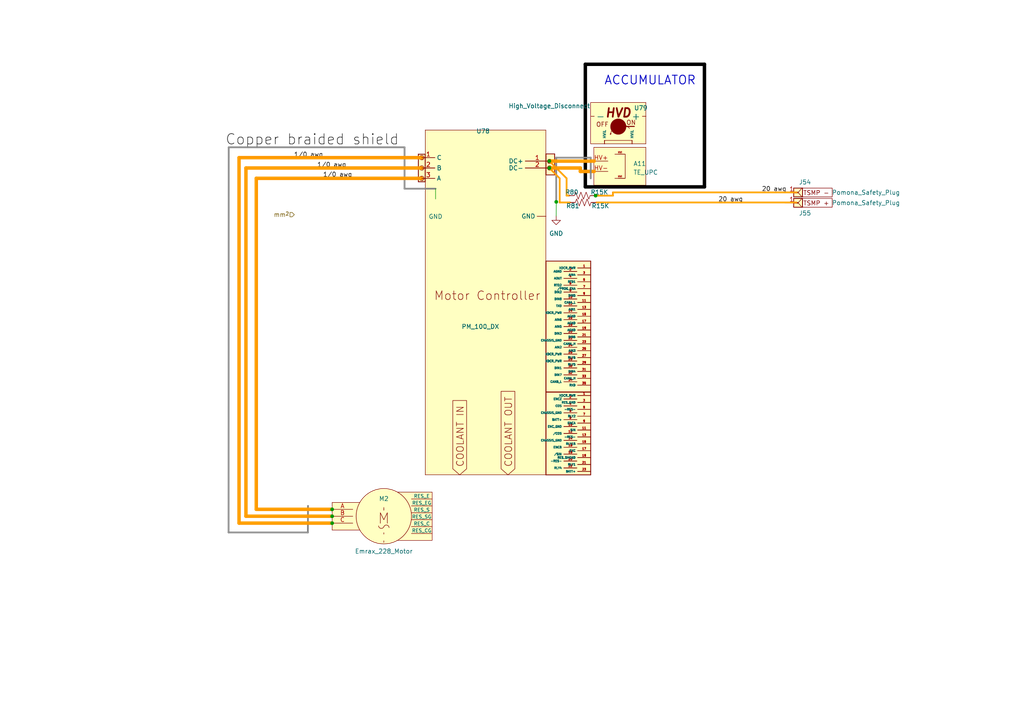
<source format=kicad_sch>
(kicad_sch (version 20211123) (generator eeschema)
  (paper "A4")
  (lib_symbols
    (symbol "Device:R_US" (pin_numbers hide) (pin_names (offset 0))
      (property "Reference" "R" (at 2.54 0 90))
      (property "Value" "R_US" (at -2.54 0 90))
      (symbol "R_US_0_1"
        (polyline (pts (xy 0 -2.286) (xy 0 -2.54)))
        (polyline (pts (xy 0 2.286) (xy 0 2.54)))
        (polyline (pts (xy 0 -0.762) (xy 1.016 -1.143) (xy 0 -1.524) (xy -1.016 -1.905) (xy 0 -2.286)))
        (polyline (pts (xy 0 0.762) (xy 1.016 0.381) (xy 0 0) (xy -1.016 -0.381) (xy 0 -0.762)))
        (polyline (pts (xy 0 2.286) (xy 1.016 1.905) (xy 0 1.524) (xy -1.016 1.143) (xy 0 0.762)))
      )
      (symbol "R_US_1_1"
        (pin passive line (at 0 3.81 270) (length 1.27) (name "~") (number "1"))
        (pin passive line (at 0 -3.81 90) (length 1.27) (name "~") (number "2"))
      )
    )
    (symbol "FSAE DMS-23 Components:Emrax_228_Motor" (pin_names (offset 0))
      (property "Reference" "M1" (at 0 5.08 0))
      (property "Value" "Emrax_228_Motor" (at 0 -10.16 0))
      (symbol "Emrax_228_Motor_0_0"
        (arc (start -1.524 -2.794) (mid -0.8654 -3.5217) (end 0 -3.048))
        (polyline (pts (xy -1.016 -2.032) (xy -1.016 1.016) (xy 0 -1.016) (xy 1.016 1.016) (xy 1.016 -2.032)))
        (arc (start 1.524 -3.302) (mid 0.85 -2.5503) (end 0 -3.048))
      )
      (symbol "Emrax_228_Motor_0_1"
        (polyline (pts (xy 0 -7.62) (xy 0 -7.112)))
        (polyline (pts (xy 0 -4.7752) (xy 0 -5.1816)))
        (polyline (pts (xy 0 1.7272) (xy 0 2.0828)))
        (polyline (pts (xy 0 2.032) (xy 0 2.54)))
        (polyline (pts (xy -7 4) (xy -15 4) (xy -15 -4) (xy -7 -4)) (fill (type background)))
        (polyline (pts (xy 4 7) (xy 14 7) (xy 14 -7) (xy 4 -7)) (fill (type background)))
        (circle (center 0 0) (radius 8.0322) (fill (type background)))
      )
      (symbol "Emrax_228_Motor_1_1"
        (pin passive line (at 14 -3 180) (length 6) (name "RES_C") (number ""))
        (pin passive line (at 14 -5 180) (length 6) (name "RES_CG") (number ""))
        (pin passive line (at 14 5 180) (length 6) (name "RES_E") (number ""))
        (pin passive line (at 14 3 180) (length 6) (name "RES_EG") (number ""))
        (pin passive line (at 14 1 180) (length 6) (name "RES_S") (number ""))
        (pin passive line (at 14 -1 180) (length 6) (name "RES_SG") (number ""))
        (pin passive line (at -15 2 0) (length 6) (name "") (number "A"))
        (pin passive line (at -15 0 0) (length 6) (name "~") (number "B"))
        (pin passive line (at -15 -2 0) (length 6) (name "~") (number "C"))
      )
    )
    (symbol "FSAE DMS-23 Components:High_Voltage_Disconnect"
      (property "Reference" "U?" (at 0 12.12 0))
      (property "Value" "High_Voltage_Disconnect" (at -20 5 0))
      (symbol "High_Voltage_Disconnect_0_0"
        (circle (center 0 -1) (radius 2.2361) (fill (type outline)))
        (polyline (pts (xy -4 -5) (xy 4 -5)))
        (rectangle (start 2.2352 -0.8636) (end 4.6736 -1.016))
        (text "HVD" (at 0 3 0) (effects (font (size 2.5 2.5) bold italic)))
        (text "OFF" (at -4.6228 -0.3556 0) (effects (font (size 1.27 1.27))))
        (text "ON" (at 3.7084 0.2032 0) (effects (font (size 1.27 1.27))))
      )
      (symbol "High_Voltage_Disconnect_0_1"
        (rectangle (start -8 6) (end 8 -6) (fill (type background)))
        (polyline (pts (xy -2.3368 -3.048) (xy -2.032 -3.048) (xy -2.3368 -3.302) (xy -2.3368 -3.048)))
        (arc (start 3.2512 -1.524) (mid -0.7893 2.0414) (end -2.2352 -3.1496))
      )
      (symbol "High_Voltage_Disconnect_1_1"
        (pin passive line (at 8 2 180) (length 1) (name "+") (number ""))
        (pin passive line (at -8 2 0) (length 1) (name "-") (number ""))
        (pin passive line (at -4 -6 90) (length 1) (name "HVIL") (number ""))
        (pin passive line (at 4 -6 90) (length 1) (name "HVIL") (number ""))
      )
    )
    (symbol "FSAE DMS-23 Components:PM_100_DX"
      (property "Reference" "U?" (at 9.779 98.7044 0))
      (property "Value" "PM_100_DX" (at 9 42 0))
      (symbol "PM_100_DX_0_0"
        (text "Motor Controller" (at 11 51 0) (effects (font (size 2.5 2.5))))
      )
      (symbol "PM_100_DX_0_1"
        (rectangle (start -7 99) (end 28 -1) (fill (type background)))
      )
      (symbol "PM_100_DX_1_1"
        (rectangle (start -9 92) (end -7 84) (stroke (width 0.254)) (fill (type background)))
        (circle (center -8 85) (radius 0.635) (stroke (width 0.1524)))
        (circle (center -8 88) (radius 0.635) (stroke (width 0.1524)))
        (circle (center -8 91) (radius 0.635) (stroke (width 0.1524)))
        (polyline (pts (xy -8.636 85.217) (xy -7.7724 84.3788)) (stroke (width 0.1524)))
        (polyline (pts (xy -8.509 88.265) (xy -7.747 87.503)) (stroke (width 0.1524)))
        (polyline (pts (xy -8.509 91.186) (xy -7.747 90.424)) (stroke (width 0.1524)))
        (polyline (pts (xy -8.255 85.598) (xy -7.3914 84.7598)) (stroke (width 0.1524)))
        (polyline (pts (xy -8.255 88.519) (xy -7.493 87.757)) (stroke (width 0.1524)))
        (polyline (pts (xy -8.255 91.567) (xy -7.493 90.805)) (stroke (width 0.1524)))
        (polyline (pts (xy 29.321 88.519) (xy 28.559 87.757)) (stroke (width 0.1524)))
        (polyline (pts (xy 29.321 90.424) (xy 28.559 89.662)) (stroke (width 0.1524)))
        (polyline (pts (xy 29.575 88.265) (xy 28.813 87.503)) (stroke (width 0.1524)))
        (polyline (pts (xy 29.575 90.297) (xy 28.7114 89.4588)) (stroke (width 0.1524)))
        (rectangle (start 28 23) (end 41 -1) (stroke (width 0.254)) (fill (type background)))
        (rectangle (start 28 61) (end 41 23) (stroke (width 0.254)) (fill (type background)))
        (rectangle (start 28 92.08) (end 30.54 86) (stroke (width 0.254)) (fill (type background)))
        (circle (center 29.067 88.011) (radius 0.635) (stroke (width 0.1524)))
        (circle (center 29.067 89.916) (radius 0.635) (stroke (width 0.1524)))
        (pin input line (at 28 74 180) (length 2.54) (name "GND") (number ""))
        (pin passive line (at -8 91 0) (length 3.81) (name "C") (number "1"))
        (pin passive line (at 29 90 180) (length 7) (name "DC+") (number "1"))
        (pin passive line (at 41 22 180) (length 3.81) (name "XDCR_PWR") (number "1"))
        (pin passive line (at 41 59 180) (length 3.81) (name "XDCR_PWR") (number "1"))
        (pin passive line (at 37 50 180) (length 3.81) (name "DIN8") (number "10"))
        (pin passive line (at 37 13 180) (length 3.81) (name "ENC_GND") (number "10"))
        (pin passive line (at 41 49 180) (length 3.81) (name "CANA_L") (number "11"))
        (pin passive line (at 41 12 180) (length 3.81) (name "SIN") (number "11"))
        (pin passive line (at 37 11 180) (length 3.81) (name "/COS") (number "12"))
        (pin passive line (at 37 48 180) (length 3.81) (name "TXD") (number "12"))
        (pin passive line (at 41 10 180) (length 3.81) (name "-RES-") (number "13"))
        (pin passive line (at 41 47 180) (length 3.81) (name "AIN1") (number "13"))
        (pin passive line (at 37 9 180) (length 3.81) (name "CHASSIS_GND") (number "14"))
        (pin passive line (at 37 46 180) (length 3.81) (name "XDCR_PWR") (number "14"))
        (pin passive line (at 41 45 180) (length 3.81) (name "AGND") (number "15"))
        (pin passive line (at 41 8 180) (length 3.81) (name "RLY15") (number "15"))
        (pin passive line (at 37 44 180) (length 3.81) (name "AIN6") (number "16"))
        (pin passive line (at 37 7 180) (length 3.81) (name "ENCB") (number "16"))
        (pin passive line (at 41 43 180) (length 3.81) (name "AGND") (number "17"))
        (pin passive line (at 41 6 180) (length 3.81) (name "EXC") (number "17"))
        (pin passive line (at 37 5 180) (length 3.81) (name "/SIN") (number "18"))
        (pin passive line (at 37 42 180) (length 3.81) (name "AIN5") (number "18"))
        (pin passive line (at 41 41 180) (length 3.81) (name "AGND") (number "19"))
        (pin passive line (at 41 4 180) (length 3.81) (name "RES_SHGND") (number "19"))
        (pin passive line (at 37 58 180) (length 3.81) (name "AGND") (number "2"))
        (pin passive line (at -8 88 0) (length 3.81) (name "B") (number "2"))
        (pin passive line (at 29 88 180) (length 7) (name "DC-") (number "2"))
        (pin passive line (at 37 21 180) (length 3.81) (name "ENCZ") (number "2"))
        (pin passive line (at 37 3 180) (length 3.81) (name "-RES-") (number "20"))
        (pin passive line (at 37 40 180) (length 3.81) (name "DIN3") (number "20"))
        (pin passive line (at 41 39 180) (length 3.81) (name "DIN6") (number "21"))
        (pin passive line (at 41 2 180) (length 3.81) (name "RLY1") (number "21"))
        (pin passive line (at 37 38 180) (length 3.81) (name "CHASSIS_GND") (number "22"))
        (pin passive line (at 37 1 180) (length 3.81) (name "RLY4") (number "22"))
        (pin passive line (at 41 0 180) (length 3.81) (name "BATT+") (number "23"))
        (pin passive line (at 41 37 180) (length 3.81) (name "CANN_H") (number "23"))
        (pin passive line (at 37 36 180) (length 3.81) (name "AIN2") (number "24"))
        (pin passive line (at 41 35 180) (length 3.81) (name "AIN3") (number "25"))
        (pin passive line (at 37 34 180) (length 3.81) (name "XDCR_PWR") (number "26"))
        (pin passive line (at 41 33 180) (length 3.81) (name "RLY6") (number "27"))
        (pin passive line (at 37 32 180) (length 3.81) (name "XDCR_PWR") (number "28"))
        (pin passive line (at 41 31 180) (length 3.81) (name "RLY5") (number "29"))
        (pin passive line (at -8 85 0) (length 3.81) (name "A") (number "3"))
        (pin passive line (at 41 57 180) (length 3.81) (name "AIN4") (number "3"))
        (pin passive line (at 41 20 180) (length 3.81) (name "RES_GND") (number "3"))
        (pin passive line (at 37 30 180) (length 3.81) (name "DIN1") (number "30"))
        (pin passive line (at 41 29 180) (length 3.81) (name "DIN4") (number "31"))
        (pin passive line (at 37 28 180) (length 3.81) (name "DIN7") (number "32"))
        (pin passive line (at 41 27 180) (length 3.81) (name "CANA_H") (number "33"))
        (pin passive line (at 37 26 180) (length 3.81) (name "CANB_L") (number "34"))
        (pin passive line (at 41 25 180) (length 3.81) (name "RXD") (number "35"))
        (pin passive line (at 37 56 180) (length 3.8) (name "AOUT") (number "4"))
        (pin passive line (at 37 19 180) (length 3.81) (name "COS") (number "4"))
        (pin passive line (at 41 18 180) (length 3.81) (name "-RES-") (number "5"))
        (pin passive line (at 41 55 180) (length 3.81) (name "RTD1") (number "5"))
        (pin passive line (at 37 17 180) (length 3.81) (name "CHASSIS_GND") (number "6"))
        (pin passive line (at 37 54 180) (length 3.81) (name "RTD2") (number "6"))
        (pin passive line (at 41 53 180) (length 3.81) (name "/PROG_ENA") (number "7"))
        (pin passive line (at 41 16 180) (length 3.81) (name "RLY2") (number "7"))
        (pin passive line (at 37 15 180) (length 3.81) (name "BATT+") (number "8"))
        (pin passive line (at 37 52 180) (length 3.81) (name "DIN2") (number "8"))
        (pin passive line (at 41 51 180) (length 3.81) (name "DIN5") (number "9"))
        (pin passive line (at 41 14 180) (length 3.81) (name "ENCA") (number "9"))
      )
    )
    (symbol "FSAE DMS-23 Components:Pomona_Safety_Plug" (pin_names (offset 1.016) hide)
      (property "Reference" "J" (at 0 2.54 0))
      (property "Value" "Pomona_Safety_Plug" (at 0 -2.54 0))
      (symbol "Pomona_Safety_Plug_1_1"
        (rectangle (start -1.27 0.127) (end 0 -0.127) (stroke (width 0.1524)))
        (rectangle (start -1.27 1.27) (end 1.27 -1.27) (stroke (width 0.254)) (fill (type background)))
        (pin passive line (at 0 0 180) (length 3.81) (name "Pin_1") (number "1"))
      )
    )
    (symbol "TE_UPC_1" (pin_names (offset 1.016) hide)
      (property "Reference" "A2" (at 6.35 1.2701 0))
      (property "Value" "TE_UPC" (at 6.35 -1.2699 0))
      (symbol "TE_UPC_1_0_1"
        (rectangle (start -5.08 6) (end 10 -5) (fill (type background)))
        (polyline (pts (xy 2 4) (xy 4 4) (xy 4 -3) (xy 2 -3)))
      )
      (symbol "TE_UPC_1_1_1"
        (pin bidirectional line (at -5 2 0) (length 4) (name "HV+") (number "HV+"))
        (pin bidirectional line (at -5 -1 0) (length 4) (name "HV_-") (number "HV-"))
        (pin passive line (at 4 -3 180) (length 3) (name "HVI1") (number "HVI"))
        (pin passive line (at 4 4 180) (length 3) (name "HVI1") (number "HVI"))
      )
    )
    (symbol "power:GND" (power) (pin_names (offset 0))
      (property "Value" "GND" (at 0 -3.81 0))
      (symbol "GND_0_1"
        (polyline (pts (xy 0 0) (xy 0 -1.27) (xy 1.27 -1.27) (xy 0 -2.54) (xy -1.27 -1.27) (xy 0 -1.27)))
      )
      (symbol "GND_1_1"
        (pin power_in line (at 0 0 270) (length 0) hide (name "GND") (number "1"))
      )
    )
  )
  (junction (at 96.3282 151.733))
  (junction (at 96.3282 147.733))
  (junction (at 159.334 48.726))
  (junction (at 96.3282 149.733))
  (junction (at 159.334 46.726))
  (junction (at 172.7454 56.7436))
  (junction (at 161.3408 58.547))
  (wire (pts (xy 74.334 51.726) (xy 74.334 147.726)) (stroke (width 1) (color 255 153 0 1)))
  (wire (pts (xy 172.334 49.726) (xy 168.334 49.726)) (stroke (width 1) (color 255 153 0 1)))
  (wire (pts (xy 74.334 51.726) (xy 122.334 51.726)) (stroke (width 1) (color 255 153 0 1)))
  (wire (pts (xy 71.334 149.726) (xy 96.334 149.726)) (stroke (width 1) (color 255 153 0 1)))
  (wire (pts (xy 162.334 51.726) (xy 162.334 58.726)) (stroke (width 0.5) (color 255 153 0 1)))
  (wire (pts (xy 159.334 48.726) (xy 168.334 48.726)) (stroke (width 1) (color 255 153 0 1)))
  (wire (pts (xy 161.334 45.726) (xy 161.334 51.726)) (stroke (width 0.5) (color 132 132 132 1)))
  (wire (pts (xy 161.334 51.726) (xy 161.3408 58.5884)) (stroke (width 0.5) (color 132 132 132 1)))
  (wire (pts (xy 89.334 146.726) (xy 89.294 154.432)) (stroke (width 0.5) (color 132 132 132 1)))
  (wire (pts (xy 161.3154 62.6364) (xy 161.3408 58.547)))
  (wire (pts (xy 69.334 45.726) (xy 122.334 45.726)) (stroke (width 1) (color 255 153 0 1)))
  (wire (pts (xy 171.334 51.726) (xy 171.334 45.726)) (stroke (width 0.5) (color 132 132 132 1)))
  (wire (pts (xy 117.334 54.726) (xy 126.334 54.726)) (stroke (width 0.5) (color 132 132 132 1)))
  (wire (pts (xy 164.334 51.726) (xy 164.334 56.726)) (stroke (width 0.5) (color 255 153 0 1)))
  (wire (pts (xy 69.334 151.726) (xy 69.334 45.726)) (stroke (width 1) (color 255 153 0 1)))
  (wire (pts (xy 69.334 151.726) (xy 96.334 151.726)) (stroke (width 1) (color 255 153 0 1)))
  (wire (pts (xy 117.334 42.726) (xy 117.334 54.726)) (stroke (width 0.5) (color 132 132 132 1)))
  (wire (pts (xy 172.6692 56.7436) (xy 173.228 56.642)))
  (wire (pts (xy 126.334 54.726) (xy 126.334 57.726)))
  (wire (pts (xy 162.334 51.726) (xy 159.334 48.726)) (stroke (width 0.5) (color 255 153 0 1)))
  (wire (pts (xy 159.334 46.726) (xy 172.334 46.726)) (stroke (width 1) (color 255 153 0 1)))
  (wire (pts (xy 172.974 58.7248) (xy 231.013 58.7248)) (stroke (width 0.5) (color 255 153 0 1)))
  (polyline (pts (xy 204.3176 54.2036) (xy 169.7736 54.2036)) (stroke (width 1) (type solid) (color 0 0 0 1)))
  (polyline (pts (xy 204.3176 18.6436) (xy 204.3176 54.2036)) (stroke (width 1) (type solid) (color 0 0 0 1)))
  (wire (pts (xy 177.7746 56.7436) (xy 172.7454 56.7436)) (stroke (width 0.5) (color 255 153 0 1)))
  (wire (pts (xy 161.334 45.726) (xy 171.334 45.726)) (stroke (width 0.5) (color 132 132 132 1)))
  (wire (pts (xy 66.334 42.726) (xy 117.334 42.726)) (stroke (width 0.5) (color 132 132 132 1)))
  (wire (pts (xy 66.294 154.432) (xy 89.294 154.432)) (stroke (width 0.5) (color 132 132 132 1)))
  (wire (pts (xy 177.7746 55.8038) (xy 177.7746 56.7436)) (stroke (width 0.5) (color 255 153 0 1)))
  (polyline (pts (xy 169.7736 18.6436) (xy 169.7736 54.2036)) (stroke (width 1) (type solid) (color 0 0 0 1)))
  (wire (pts (xy 66.334 42.726) (xy 66.294 154.432)) (stroke (width 0.5) (color 132 132 132 1)))
  (wire (pts (xy 74.334 147.726) (xy 96.334 147.726)) (stroke (width 1) (color 255 153 0 1)))
  (wire (pts (xy 164.334 51.726) (xy 159.334 46.726)) (stroke (width 0.5) (color 255 153 0 1)))
  (wire (pts (xy 162.334 58.726) (xy 165.334 58.726)) (stroke (width 0.5) (color 255 153 0 1)))
  (polyline (pts (xy 169.7736 18.6436) (xy 204.3176 18.6436)) (stroke (width 1) (type solid) (color 0 0 0 1)))
  (wire (pts (xy 231.0638 55.8038) (xy 177.7746 55.8038)) (stroke (width 0.5) (color 255 153 0 1)))
  (wire (pts (xy 122.334 48.726) (xy 71.334 48.726)) (stroke (width 1) (color 255 153 0 1)))
  (wire (pts (xy 164.334 56.726) (xy 165.0492 56.7436)) (stroke (width 0.5) (color 255 153 0 1)))
  (wire (pts (xy 71.334 48.726) (xy 71.334 149.726)) (stroke (width 1) (color 255 153 0 1)))
  (wire (pts (xy 168.334 49.726) (xy 168.334 48.726)) (stroke (width 1) (color 255 153 0 1)))
  (text "ACCUMULATOR" (at 175.1838 24.892 0) (effects (font (size 2.5 2.5) (thickness 0.254) bold) (justify left bottom)))
  (label "20 awg" (at 220.9292 55.8292 0))
  (label "1{slash}0 awg" (at 91.948 48.8188 0))
  (label "1{slash}0 awg" (at 93.6498 51.6636 0))
  (label "Copper braided shield" (at 115.7986 42.9514 180) (effects (font (size 3 3))))
  (label "1{slash}0 awg" (at 85.217 45.8724 0))
  (label "20 awg" (at 208.3308 58.801 0))
  (global_label "TSMP +" (shape input) (at 231.4888 58.8292 0) (property "Intersheet References" "${INTERSHEET_REFS}" (effects hide)))
  (global_label "COOLANT OUT" (shape input) (at 147.334 137.726 90) (effects (font (size 2 2))) (property "Intersheet References" "${INTERSHEET_REFS}" (effects hide)))
  (global_label "TSMP -" (shape input) (at 231.4888 55.8292 0) (property "Intersheet References" "${INTERSHEET_REFS}" (effects hide)))
  (global_label "COOLANT IN" (shape input) (at 133.334 137.726 90) (effects (font (size 2 2))) (property "Intersheet References" "${INTERSHEET_REFS}" (effects hide)))
  (hierarchical_label "mm^{2}" (shape input) (at 85.3694 62.2554 180))
  (symbol (lib_id "FSAE DMS-23 Components:Pomona_Safety_Plug") (at 231.4888 55.8292 0) (unit 1)
    (property "Reference" "J54" (at 233.4888 52.8292 0))
    (property "Value" "Pomona_Safety_Plug" (at 251.1738 55.8292 0))
  )
  (symbol (lib_id "FSAE DMS-23 Components:Emrax_228_Motor") (at 111.3282 149.733 0) (unit 1)
    (property "Reference" "M2" (at 111.3282 144.653 0))
    (property "Value" "Emrax_228_Motor" (at 111.3282 159.893 0))
  )
  (symbol (lib_id "Device:R_US") (at 169.144 58.726 90) (unit 1)
    (property "Reference" "R81" (at 166.144 59.726 90))
    (property "Value" "R15K" (at 174.144 59.726 90))
    (property "Footprint" "Resistor_THT:R_Axial_DIN0204_L3.6mm_D1.6mm_P5.08mm_Horizontal" (effects hide))
  )
  (symbol (lib_id "power:GND") (at 126.334 57.726 0) (unit 1)
    (property "Reference" "#PWR0113" (effects hide))
    (property "Value" "GND" (at 126.334 62.806 0))
  )
  (symbol (lib_id "FSAE DMS-23 Components:Pomona_Safety_Plug") (at 231.4888 58.8292 0) (unit 1)
    (property "Reference" "J55" (at 233.4888 61.8292 0))
    (property "Value" "Pomona_Safety_Plug" (at 251.1738 58.8292 0))
  )
  (symbol (lib_name "TE_UPC_1") (lib_id "FSAE DMS-23 Components:TE_UPC") (at 177.334 48.726 0) (unit 1)
    (property "Reference" "A11" (at 183.684 47.4559 0) (effects (justify left)))
    (property "Value" "TE_UPC" (at 183.684 49.9959 0) (effects (justify left)))
  )
  (symbol (lib_id "FSAE DMS-23 Components:PM_100_DX") (at 130.334 136.726 0) (unit 1)
    (property "Reference" "U78" (at 140.113 38.0216 0))
    (property "Value" "PM_100_DX" (at 139.334 94.726 0))
  )
  (symbol (lib_id "power:GND") (at 161.3154 62.6364 0) (unit 1)
    (property "Reference" "#PWR0114" (effects hide))
    (property "Value" "GND" (at 161.3154 67.7164 0))
  )
  (symbol (lib_id "Device:R_US") (at 168.8592 56.7436 90) (unit 1)
    (property "Reference" "R80" (at 165.8592 55.7436 90))
    (property "Value" "R15K" (at 173.8592 55.7436 90))
    (property "Footprint" "Resistor_THT:R_Axial_DIN0204_L3.6mm_D1.6mm_P5.08mm_Horizontal" (effects hide))
  )
  (symbol (lib_id "FSAE DMS-23 Components:High_Voltage_Disconnect") (at 179.334 35.726 0) (unit 1)
    (property "Reference" "U79" (at 185.8518 31.3182 0))
    (property "Value" "High_Voltage_Disconnect" (at 159.334 30.726 0))
  )
)
</source>
